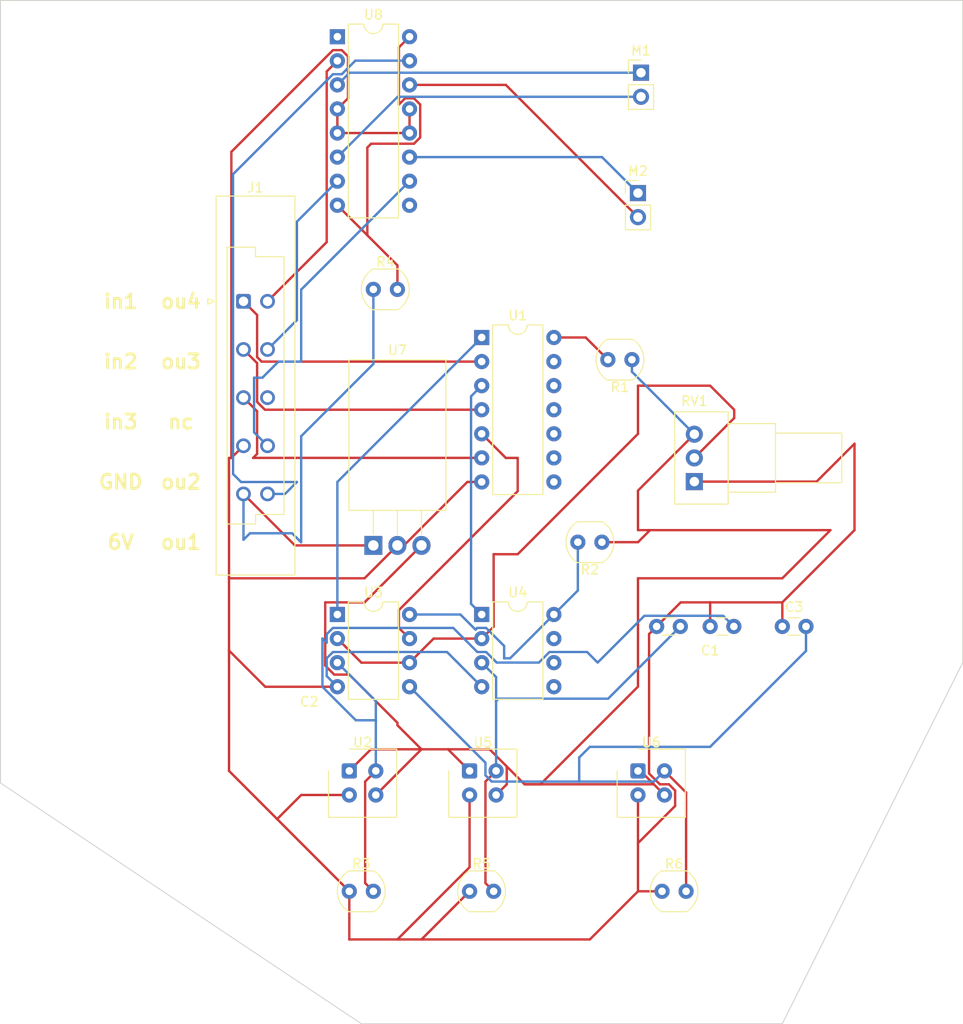
<source format=kicad_pcb>
(kicad_pcb (version 20211014) (generator pcbnew)
  (layers (0 "F.Cu" signal) (31 "B.Cu" signal) (37 "F.SilkS" user "F.Silkscreen") (38 "B.Mask" user) (39 "F.Mask" user) (44 "Edge.Cuts" user))
  (net 0 "")
  (net 1 "s1")
  (net 2 "in1")
  (net 3 "in2")
  (net 4 "in3")
  (net 5 "Net-(J1-Padb2)")
  (net 6 "Net-(J1-Padb4)")
  (net 8 "Net-(J1-Padb8)")
  (net 9 "Net-(J1-Padb10)")
  (net 10 "Net-(M1-Pad1)")
  (net 11 "Net-(M2-Pad1)")
  (net 12 "+5V")
  (net 13 "Net-(R1-Pad2)")
  (net 14 "Net-(R2-Pad2)")
  (net 15 "+6V")
  (net 16 "Net-(R4-Pad2)")
  (net 17 "Net-(RV1-Pad2)")
  (net 18 "Net-(U1-Pad1)")
  (net 19 "Net-(U1-Pad3)")
  (net 20 "Net-(U1-Pad5)")
  (net 22 "Net-(M1-Pad2)")
  (net 24 "Net-(M2-Pad2)")
  (net 25 "GND")
  (net 26 "s2")
  (net 27 "s3")
  (footprint "OptoDevice:Vishay_CNY70" (layer "F.Cu") (at 99.06 106.68)
    (fp_text reference "U6" (at 1.4 -3) (layer "F.SilkS"))
    (fp_text value "CNY70")
    (fp_line (start 5 -2.3) (end 0 -2.3) (layer "F.SilkS") (width 0.12))
    (fp_line (start -2.2 0) (end -2.2 4.9) (layer "F.SilkS") (width 0.12))
    (fp_line (start -2.2 4.9) (end 5 4.9) (layer "F.SilkS") (width 0.12))
    (fp_line (start 5 4.9) (end 5 -2.3) (layer "F.SilkS") (width 0.12))
    (pad "1" thru_hole roundrect (at 0 0) (size 1.6 1.6) (drill 0.8) (layers *.Cu *.Mask) (roundrect_rratio 0.156) (net 12 "+5V"))
    (pad "2" thru_hole circle (at 0 2.54) (size 1.6 1.6) (drill 0.8) (layers *.Cu *.Mask) (net 25 "GND"))
    (pad "3" thru_hole circle (at 2.8 2.54) (size 1.6 1.6) (drill 0.8) (layers *.Cu *.Mask) (net 12 "+5V"))
    (pad "4" thru_hole circle (at 2.8 0) (size 1.6 1.6) (drill 0.8) (layers *.Cu *.Mask) (net 27 "s3"))
  )
  (footprint "Package_DIP:DIP-14_W7.62mm" (layer "F.Cu") (at 82.56 60.955)
    (fp_text reference "U1" (at 3.81 -2.33) (layer "F.SilkS"))
    (fp_text value "74HC14")
    (fp_line (start 1.16 -1.33) (end 1.16 16.57) (layer "F.SilkS") (width 0.12))
    (fp_line (start 2.81 -1.33) (end 1.16 -1.33) (layer "F.SilkS") (width 0.12))
    (fp_line (start 6.46 16.57) (end 6.46 -1.33) (layer "F.SilkS") (width 0.12))
    (fp_line (start 1.16 16.57) (end 6.46 16.57) (layer "F.SilkS") (width 0.12))
    (fp_line (start 6.46 -1.33) (end 4.81 -1.33) (layer "F.SilkS") (width 0.12))
    (fp_arc (start 4.81 -1.33) (mid 3.81 -0.33) (end 2.81 -1.33) (layer "F.SilkS") (width 0.12))
    (pad "1" thru_hole rect (at 0 0) (size 1.6 1.6) (drill 0.8) (layers *.Cu *.Mask) (net 18 "Net-(U1-Pad1)"))
    (pad "2" thru_hole oval (at 0 2.54) (size 1.6 1.6) (drill 0.8) (layers *.Cu *.Mask) (net 2 "in1"))
    (pad "3" thru_hole oval (at 0 5.08) (size 1.6 1.6) (drill 0.8) (layers *.Cu *.Mask) (net 19 "Net-(U1-Pad3)"))
    (pad "4" thru_hole oval (at 0 7.62) (size 1.6 1.6) (drill 0.8) (layers *.Cu *.Mask) (net 3 "in2"))
    (pad "5" thru_hole oval (at 0 10.16) (size 1.6 1.6) (drill 0.8) (layers *.Cu *.Mask) (net 20 "Net-(U1-Pad5)"))
    (pad "6" thru_hole oval (at 0 12.7) (size 1.6 1.6) (drill 0.8) (layers *.Cu *.Mask) (net 4 "in3"))
    (pad "7" thru_hole oval (at 0 15.24) (size 1.6 1.6) (drill 0.8) (layers *.Cu *.Mask) (net 25 "GND"))
    (pad "8" thru_hole oval (at 7.62 15.24) (size 1.6 1.6) (drill 0.8) (layers *.Cu *.Mask))
    (pad "9" thru_hole oval (at 7.62 12.7) (size 1.6 1.6) (drill 0.8) (layers *.Cu *.Mask))
    (pad "10" thru_hole oval (at 7.62 10.16) (size 1.6 1.6) (drill 0.8) (layers *.Cu *.Mask))
    (pad "11" thru_hole oval (at 7.62 7.62) (size 1.6 1.6) (drill 0.8) (layers *.Cu *.Mask))
    (pad "12" thru_hole oval (at 7.62 5.08) (size 1.6 1.6) (drill 0.8) (layers *.Cu *.Mask))
    (pad "13" thru_hole oval (at 7.62 2.54) (size 1.6 1.6) (drill 0.8) (layers *.Cu *.Mask))
    (pad "14" thru_hole oval (at 7.62 0) (size 1.6 1.6) (drill 0.8) (layers *.Cu *.Mask) (net 13 "Net-(R1-Pad2)"))
  )
  (footprint "Package_DIP:DIP-16_W7.62mm" (layer "F.Cu") (at 67.32 29.225)
    (fp_text reference "U8" (at 3.81 -2.33) (layer "F.SilkS"))
    (fp_text value "L293D")
    (fp_line (start 6.46 19.11) (end 6.46 -1.33) (layer "F.SilkS") (width 0.12))
    (fp_line (start 2.81 -1.33) (end 1.16 -1.33) (layer "F.SilkS") (width 0.12))
    (fp_line (start 1.16 19.11) (end 6.46 19.11) (layer "F.SilkS") (width 0.12))
    (fp_line (start 6.46 -1.33) (end 4.81 -1.33) (layer "F.SilkS") (width 0.12))
    (fp_line (start 1.16 -1.33) (end 1.16 19.11) (layer "F.SilkS") (width 0.12))
    (fp_arc (start 4.81 -1.33) (mid 3.81 -0.33) (end 2.81 -1.33) (layer "F.SilkS") (width 0.12))
    (pad "1" thru_hole rect (at 0 0) (size 1.6 1.6) (drill 0.8) (layers *.Cu *.Mask))
    (pad "2" thru_hole oval (at 0 2.54) (size 1.6 1.6) (drill 0.8) (layers *.Cu *.Mask) (net 5 "Net-(J1-Padb2)"))
    (pad "3" thru_hole oval (at 0 5.08) (size 1.6 1.6) (drill 0.8) (layers *.Cu *.Mask) (net 10 "Net-(M1-Pad1)"))
    (pad "4" thru_hole oval (at 0 7.62) (size 1.6 1.6) (drill 0.8) (layers *.Cu *.Mask) (net 25 "GND"))
    (pad "5" thru_hole oval (at 0 10.16) (size 1.6 1.6) (drill 0.8) (layers *.Cu *.Mask) (net 25 "GND"))
    (pad "6" thru_hole oval (at 0 12.7) (size 1.6 1.6) (drill 0.8) (layers *.Cu *.Mask) (net 22 "Net-(M1-Pad2)"))
    (pad "7" thru_hole oval (at 0 15.24) (size 1.6 1.6) (drill 0.8) (layers *.Cu *.Mask) (net 6 "Net-(J1-Padb4)"))
    (pad "8" thru_hole oval (at 0 17.78) (size 1.6 1.6) (drill 0.8) (layers *.Cu *.Mask) (net 16 "Net-(R4-Pad2)"))
    (pad "9" thru_hole oval (at 7.62 17.78) (size 1.6 1.6) (drill 0.8) (layers *.Cu *.Mask))
    (pad "10" thru_hole oval (at 7.62 15.24) (size 1.6 1.6) (drill 0.8) (layers *.Cu *.Mask) (net 8 "Net-(J1-Padb8)"))
    (pad "11" thru_hole oval (at 7.62 12.7) (size 1.6 1.6) (drill 0.8) (layers *.Cu *.Mask) (net 11 "Net-(M2-Pad1)"))
    (pad "12" thru_hole oval (at 7.62 10.16) (size 1.6 1.6) (drill 0.8) (layers *.Cu *.Mask) (net 25 "GND"))
    (pad "13" thru_hole oval (at 7.62 7.62) (size 1.6 1.6) (drill 0.8) (layers *.Cu *.Mask) (net 25 "GND"))
    (pad "14" thru_hole oval (at 7.62 5.08) (size 1.6 1.6) (drill 0.8) (layers *.Cu *.Mask) (net 24 "Net-(M2-Pad2)"))
    (pad "15" thru_hole oval (at 7.62 2.54) (size 1.6 1.6) (drill 0.8) (layers *.Cu *.Mask) (net 9 "Net-(J1-Padb10)"))
    (pad "16" thru_hole oval (at 7.62 0) (size 1.6 1.6) (drill 0.8) (layers *.Cu *.Mask) (net 16 "Net-(R4-Pad2)"))
  )
  (footprint "OptoDevice:R_LDR_4.9x4.2mm_P2.54mm_Vertical" (layer "F.Cu") (at 98.420096 63.293534 180)
    (fp_text reference "R1" (at 1.27 -2.9) (layer "F.SilkS"))
    (fp_text value "150")
    (fp_line (start -0.05 -2.15) (end 2.6 -2.15) (layer "F.SilkS") (width 0.12))
    (fp_line (start -0.05 2.15) (end 2.6 2.15) (layer "F.SilkS") (width 0.12))
    (fp_arc (start 2.6 -2.15) (mid 3.788646 -0.016616) (end 2.628027 2.132145) (layer "F.SilkS") (width 0.12))
    (fp_arc (start -0.05 2.15) (mid -1.262424 0.01494) (end -0.075476 -2.134388) (layer "F.SilkS") (width 0.12))
    (pad "1" thru_hole circle (at 0 0 180) (size 1.6 1.6) (drill 0.8) (layers *.Cu *.Mask) (net 12 "+5V"))
    (pad "2" thru_hole circle (at 2.54 0 180) (size 1.6 1.6) (drill 0.8) (layers *.Cu *.Mask) (net 13 "Net-(R1-Pad2)"))
  )
  (footprint "Capacitor_THT:C_Disc_D3.0mm_W1.6mm_P2.50mm" (layer "F.Cu") (at 106.68 91.44)
    (fp_text reference "C1" (at 0 2.54) (layer "F.SilkS"))
    (fp_text value "C")
    (fp_line (start 0.621 0.92) (end 1.879 0.92) (layer "F.SilkS") (width 0.12))
    (fp_line (start 0.621 -0.92) (end 1.879 -0.92) (layer "F.SilkS") (width 0.12))
    (pad "1" thru_hole circle (at 0 0) (size 1.6 1.6) (drill 0.8) (layers *.Cu *.Mask) (net 25 "GND"))
    (pad "2" thru_hole circle (at 2.5 0) (size 1.6 1.6) (drill 0.8) (layers *.Cu *.Mask) (net 1 "s1"))
  )
  (footprint "Capacitor_THT:C_Disc_D3.0mm_W1.6mm_P2.50mm" (layer "F.Cu") (at 114.3 91.44)
    (fp_text reference "C3" (at 1.25 -2.05) (layer "F.SilkS"))
    (fp_text value "C")
    (fp_line (start 0.621 -0.92) (end 1.879 -0.92) (layer "F.SilkS") (width 0.12))
    (fp_line (start 0.621 0.92) (end 1.879 0.92) (layer "F.SilkS") (width 0.12))
    (pad "1" thru_hole circle (at 0 0) (size 1.6 1.6) (drill 0.8) (layers *.Cu *.Mask) (net 25 "GND"))
    (pad "2" thru_hole circle (at 2.5 0) (size 1.6 1.6) (drill 0.8) (layers *.Cu *.Mask) (net 27 "s3"))
  )
  (footprint "OptoDevice:Vishay_CNY70" (layer "F.Cu") (at 81.28 106.68)
    (fp_text reference "U5" (at 1.4 -3) (layer "F.SilkS"))
    (fp_text value "CNY70")
    (fp_line (start 5 -2.3) (end 0 -2.3) (layer "F.SilkS") (width 0.12))
    (fp_line (start 5 4.9) (end 5 -2.3) (layer "F.SilkS") (width 0.12))
    (fp_line (start -2.2 0) (end -2.2 4.9) (layer "F.SilkS") (width 0.12))
    (fp_line (start -2.2 4.9) (end 5 4.9) (layer "F.SilkS") (width 0.12))
    (pad "1" thru_hole roundrect (at 0 0) (size 1.6 1.6) (drill 0.8) (layers *.Cu *.Mask) (roundrect_rratio 0.156) (net 12 "+5V"))
    (pad "2" thru_hole circle (at 0 2.54) (size 1.6 1.6) (drill 0.8) (layers *.Cu *.Mask) (net 25 "GND"))
    (pad "3" thru_hole circle (at 2.8 2.54) (size 1.6 1.6) (drill 0.8) (layers *.Cu *.Mask) (net 12 "+5V"))
    (pad "4" thru_hole circle (at 2.8 0) (size 1.6 1.6) (drill 0.8) (layers *.Cu *.Mask) (net 26 "s2"))
  )
  (footprint "OptoDevice:R_LDR_4.9x4.2mm_P2.54mm_Vertical" (layer "F.Cu") (at 95.25 82.55 180)
    (fp_text reference "R2" (at 1.27 -2.9) (layer "F.SilkS"))
    (fp_text value "150")
    (fp_line (start -0.05 -2.15) (end 2.6 -2.15) (layer "F.SilkS") (width 0.12))
    (fp_line (start -0.05 2.15) (end 2.6 2.15) (layer "F.SilkS") (width 0.12))
    (fp_arc (start 2.6 -2.15) (mid 3.788646 -0.016616) (end 2.628027 2.132145) (layer "F.SilkS") (width 0.12))
    (fp_arc (start -0.05 2.15) (mid -1.262424 0.01494) (end -0.075476 -2.134388) (layer "F.SilkS") (width 0.12))
    (pad "1" thru_hole circle (at 0 0 180) (size 1.6 1.6) (drill 0.8) (layers *.Cu *.Mask) (net 12 "+5V"))
    (pad "2" thru_hole circle (at 2.54 0 180) (size 1.6 1.6) (drill 0.8) (layers *.Cu *.Mask) (net 14 "Net-(R2-Pad2)"))
  )
  (footprint "Connector_PinHeader_2.54mm:PinHeader_1x02_P2.54mm_Vertical" (layer "F.Cu") (at 99.06 45.72)
    (fp_text reference "M2" (at 0 -2.33) (layer "F.SilkS"))
    (fp_text value "Motor_DC")
    (fp_line (start -1.33 0) (end -1.33 -1.33) (layer "F.SilkS") (width 0.12))
    (fp_line (start -1.33 -1.33) (end 0 -1.33) (layer "F.SilkS") (width 0.12))
    (fp_line (start -1.33 3.87) (end 1.33 3.87) (layer "F.SilkS") (width 0.12))
    (fp_line (start 1.33 1.27) (end 1.33 3.87) (layer "F.SilkS") (width 0.12))
    (fp_line (start -1.33 1.27) (end -1.33 3.87) (layer "F.SilkS") (width 0.12))
    (fp_line (start -1.33 1.27) (end 1.33 1.27) (layer "F.SilkS") (width 0.12))
    (pad "1" thru_hole rect (at 0 0) (size 1.7 1.7) (drill 1) (layers *.Cu *.Mask) (net 11 "Net-(M2-Pad1)"))
    (pad "2" thru_hole oval (at 0 2.54) (size 1.7 1.7) (drill 1) (layers *.Cu *.Mask) (net 24 "Net-(M2-Pad2)"))
  )
  (footprint "Capacitor_THT:C_Disc_D3.0mm_W1.6mm_P2.50mm" (layer "F.Cu") (at 101.03 91.44)
    (fp_text reference "C2" (at -36.68 7.94) (layer "F.SilkS"))
    (fp_text value "C")
    (fp_line (start 0.621 -0.92) (end 1.879 -0.92) (layer "F.SilkS") (width 0.12))
    (fp_line (start 0.621 0.92) (end 1.879 0.92) (layer "F.SilkS") (width 0.12))
    (pad "1" thru_hole circle (at 0 0) (size 1.6 1.6) (drill 0.8) (layers *.Cu *.Mask) (net 25 "GND"))
    (pad "2" thru_hole circle (at 2.5 0) (size 1.6 1.6) (drill 0.8) (layers *.Cu *.Mask) (net 26 "s2"))
  )
  (footprint "OptoDevice:R_LDR_4.9x4.2mm_P2.54mm_Vertical" (layer "F.Cu") (at 71.12 55.88)
    (fp_text reference "R4" (at 1.27 -2.9) (layer "F.SilkS"))
    (fp_text value "300")
    (fp_line (start -0.05 -2.15) (end 2.6 -2.15) (layer "F.SilkS") (width 0.12))
    (fp_line (start -0.05 2.15) (end 2.6 2.15) (layer "F.SilkS") (width 0.12))
    (fp_arc (start -0.05 2.15) (mid -1.262424 0.01494) (end -0.075476 -2.134388) (layer "F.SilkS") (width 0.12))
    (fp_arc (start 2.6 -2.15) (mid 3.788646 -0.016616) (end 2.628027 2.132145) (layer "F.SilkS") (width 0.12))
    (pad "1" thru_hole circle (at 0 0) (size 1.6 1.6) (drill 0.8) (layers *.Cu *.Mask) (net 15 "+6V"))
    (pad "2" thru_hole circle (at 2.54 0) (size 1.6 1.6) (drill 0.8) (layers *.Cu *.Mask) (net 16 "Net-(R4-Pad2)"))
  )
  (footprint "Potentiometer_THT:Potentiometer_Alps_RK09Y11_Single_Horizontal" (layer "F.Cu") (at 105.01 76.16 180)
    (fp_text reference "RV1" (at 0 8.5) (layer "F.SilkS"))
    (fp_text value "500k")
    (fp_line (start -8.57 6.12) (end -8.57 -1.12) (layer "F.SilkS") (width 0.12))
    (fp_line (start -15.57 5.12) (end -15.57 -0.12) (layer "F.SilkS") (width 0.12))
    (fp_line (start -3.57 7.37) (end -3.57 -2.37) (layer "F.SilkS") (width 0.12))
    (fp_line (start -8.57 5.12) (end -15.57 5.12) (layer "F.SilkS") (width 0.12))
    (fp_line (start 2.071 7.37) (end -3.57 7.37) (layer "F.SilkS") (width 0.12))
    (fp_line (start -3.57 -1.12) (end -8.57 -1.12) (layer "F.SilkS") (width 0.12))
    (fp_line (start 2.071 -2.37) (end -3.57 -2.37) (layer "F.SilkS") (width 0.12))
    (fp_line (start 2.071 7.37) (end 2.071 -2.37) (layer "F.SilkS") (width 0.12))
    (fp_line (start -8.57 -0.12) (end -15.57 -0.12) (layer "F.SilkS") (width 0.12))
    (fp_line (start -3.57 6.12) (end -8.57 6.12) (layer "F.SilkS") (width 0.12))
    (pad "1" thru_hole rect (at 0 0) (size 1.8 1.8) (drill 1) (layers *.Cu *.Mask) (net 25 "GND"))
    (pad "2" thru_hole circle (at 0 2.5) (size 1.8 1.8) (drill 1) (layers *.Cu *.Mask) (net 17 "Net-(RV1-Pad2)"))
    (pad "3" thru_hole circle (at 0 5) (size 1.8 1.8) (drill 1) (layers *.Cu *.Mask) (net 12 "+5V"))
  )
  (footprint "Connector_DIN:DIN41612_B3_2x5_Female_Vertical_THT" (layer "F.Cu") (at 57.4075 54.6)
    (fp_text reference "J1" (at 1.27 -9.45) (layer "F.SilkS"))
    (fp_text value "DIN41612_02x05_AB_EvenPins")
    (fp_line (start 1.27 -3.17) (end 1.27 -2.17) (layer "F.SilkS") (width 0.12))
    (fp_line (start 1.27 25.03) (end 1.27 26.03) (layer "F.SilkS") (width 0.12))
    (fp_line (start 5.43 31.42) (end -2.89 31.42) (layer "F.SilkS") (width 0.12))
    (fp_line (start -1.73 -3.17) (end 1.27 -3.17) (layer "F.SilkS") (width 0.12))
    (fp_line (start -1.73 26.03) (end -1.73 -3.17) (layer "F.SilkS") (width 0.12))
    (fp_line (start -2.89 31.42) (end -2.89 -8.56) (layer "F.SilkS") (width 0.12))
    (fp_line (start -3.76 2.84) (end -3.08 2.54) (layer "F.SilkS") (width 0.12))
    (fp_line (start -3.76 2.24) (end -3.76 2.84) (layer "F.SilkS") (width 0.12))
    (fp_line (start 4.27 -2.17) (end 4.27 25.03) (layer "F.SilkS") (width 0.12))
    (fp_line (start 1.27 26.03) (end -1.73 26.03) (layer "F.SilkS") (width 0.12))
    (fp_line (start 5.43 -8.56) (end 5.43 31.42) (layer "F.SilkS") (width 0.12))
    (fp_line (start -2.89 -8.56) (end 5.43 -8.56) (layer "F.SilkS") (width 0.12))
    (fp_line (start -3.08 2.54) (end -3.76 2.24) (layer "F.SilkS") (width 0.12))
    (fp_line (start 1.27 -2.17) (end 4.27 -2.17) (layer "F.SilkS") (width 0.12))
    (fp_line (start 4.27 25.03) (end 1.27 25.03) (layer "F.SilkS") (width 0.12))
    (pad "" np_thru_hole circle (at 2.24 -5.95) (size 2.85 2.85) (drill 2.85) (layers *.Cu *.Mask))
    (pad "" np_thru_hole circle (at 2.24 28.81) (size 2.85 2.85) (drill 2.85) (layers *.Cu *.Mask))
    (pad "a2" thru_hole roundrect (at 0 2.54) (size 1.55 1.55) (drill 1) (layers *.Cu *.Mask) (roundrect_rratio 0.1612896774) (net 2 "in1"))
    (pad "a4" thru_hole circle (at 0 7.62) (size 1.55 1.55) (drill 1) (layers *.Cu *.Mask) (net 3 "in2"))
    (pad "a6" thru_hole circle (at 0 12.7) (size 1.55 1.55) (drill 1) (layers *.Cu *.Mask) (net 4 "in3"))
    (pad "a8" thru_hole circle (at 0 17.78) (size 1.55 1.55) (drill 1) (layers *.Cu *.Mask) (net 25 "GND"))
    (pad "a10" thru_hole circle (at 0 22.86) (size 1.55 1.55) (drill 1) (layers *.Cu *.Mask) (net 15 "+6V"))
    (pad "b2" thru_hole circle (at 2.54 2.54) (size 1.55 1.55) (drill 1) (layers *.Cu *.Mask) (net 5 "Net-(J1-Padb2)"))
    (pad "b4" thru_hole circle (at 2.54 7.62) (size 1.55 1.55) (drill 1) (layers *.Cu *.Mask) (net 6 "Net-(J1-Padb4)"))
    (pad "b6" thru_hole circle (at 2.54 12.7) (size 1.55 1.55) (drill 1) (layers *.Cu *.Mask))
    (pad "b8" thru_hole circle (at 2.54 17.78) (size 1.55 1.55) (drill 1) (layers *.Cu *.Mask) (net 8 "Net-(J1-Padb8)"))
    (pad "b10" thru_hole circle (at 2.54 22.86) (size 1.55 1.55) (drill 1) (layers *.Cu *.Mask) (net 9 "Net-(J1-Padb10)"))
  )
  (footprint "OptoDevice:Vishay_CNY70" (layer "F.Cu") (at 68.58 106.68)
    (fp_text reference "U2" (at 1.4 -3) (layer "F.SilkS"))
    (fp_text value "CNY70")
    (fp_line (start -2.2 0) (end -2.2 4.9) (layer "F.SilkS") (width 0.12))
    (fp_line (start 5 -2.3) (end 0 -2.3) (layer "F.SilkS") (width 0.12))
    (fp_line (start 5 4.9) (end 5 -2.3) (layer "F.SilkS") (width 0.12))
    (fp_line (start -2.2 4.9) (end 5 4.9) (layer "F.SilkS") (width 0.12))
    (pad "1" thru_hole roundrect (at 0 0) (size 1.6 1.6) (drill 0.8) (layers *.Cu *.Mask) (roundrect_rratio 0.156) (net 12 "+5V"))
    (pad "2" thru_hole circle (at 0 2.54) (size 1.6 1.6) (drill 0.8) (layers *.Cu *.Mask) (net 25 "GND"))
    (pad "3" thru_hole circle (at 2.8 2.54) (size 1.6 1.6) (drill 0.8) (layers *.Cu *.Mask) (net 12 "+5V"))
    (pad "4" thru_hole circle (at 2.8 0) (size 1.6 1.6) (drill 0.8) (layers *.Cu *.Mask) (net 1 "s1"))
  )
  (footprint "Package_DIP:DIP-8_W7.62mm" (layer "F.Cu") (at 82.56 90.18)
    (fp_text reference "U4" (at 3.81 -2.33) (layer "F.SilkS"))
    (fp_text value "LM358")
    (fp_line (start 6.46 -1.33) (end 4.81 -1.33) (layer "F.SilkS") (width 0.12))
    (fp_line (start 1.16 -1.33) (end 1.16 8.95) (layer "F.SilkS") (width 0.12))
    (fp_line (start 1.16 8.95) (end 6.46 8.95) (layer "F.SilkS") (width 0.12))
    (fp_line (start 6.46 8.95) (end 6.46 -1.33) (layer "F.SilkS") (width 0.12))
    (fp_line (start 2.81 -1.33) (end 1.16 -1.33) (layer "F.SilkS") (width 0.12))
    (fp_arc (start 4.81 -1.33) (mid 3.81 -0.33) (end 2.81 -1.33) (layer "F.SilkS") (width 0.12))
    (pad "1" thru_hole rect (at 0 0) (size 1.6 1.6) (drill 0.8) (layers *.Cu *.Mask) (net 19 "Net-(U1-Pad3)"))
    (pad "2" thru_hole oval (at 0 2.54) (size 1.6 1.6) (drill 0.8) (layers *.Cu *.Mask) (net 17 "Net-(RV1-Pad2)"))
    (pad "3" thru_hole oval (at 0 5.08) (size 1.6 1.6) (drill 0.8) (layers *.Cu *.Mask) (net 26 "s2"))
    (pad "4" thru_hole oval (at 0 7.62) (size 1.6 1.6) (drill 0.8) (layers *.Cu *.Mask) (net 25 "GND"))
    (pad "5" thru_hole oval (at 7.62 7.62) (size 1.6 1.6) (drill 0.8) (layers *.Cu *.Mask))
    (pad "6" thru_hole oval (at 7.62 5.08) (size 1.6 1.6) (drill 0.8) (layers *.Cu *.Mask))
    (pad "7" thru_hole oval (at 7.62 2.54) (size 1.6 1.6) (drill 0.8) (layers *.Cu *.Mask))
    (pad "8" thru_hole oval (at 7.62 0) (size 1.6 1.6) (drill 0.8) (layers *.Cu *.Mask) (net 14 "Net-(R2-Pad2)"))
  )
  (footprint "OptoDevice:R_LDR_4.9x4.2mm_P2.54mm_Vertical" (layer "F.Cu") (at 81.28 119.38)
    (fp_text reference "R5" (at 1.27 -2.9) (layer "F.SilkS"))
    (fp_text value "300")
    (fp_line (start -0.05 2.15) (end 2.6 2.15) (layer "F.SilkS") (width 0.12))
    (fp_line (start -0.05 -2.15) (end 2.6 -2.15) (layer "F.SilkS") (width 0.12))
    (fp_arc (start 2.6 -2.15) (mid 3.788646 -0.016616) (end 2.628027 2.132145) (layer "F.SilkS") (width 0.12))
    (fp_arc (start -0.05 2.15) (mid -1.262424 0.01494) (end -0.075476 -2.134388) (layer "F.SilkS") (width 0.12))
    (pad "1" thru_hole circle (at 0 0) (size 1.6 1.6) (drill 0.8) (layers *.Cu *.Mask) (net 25 "GND"))
    (pad "2" thru_hole circle (at 2.54 0) (size 1.6 1.6) (drill 0.8) (layers *.Cu *.Mask) (net 26 "s2"))
  )
  (footprint "OptoDevice:R_LDR_4.9x4.2mm_P2.54mm_Vertical" (layer "F.Cu") (at 68.58 119.38)
    (fp_text reference "R3" (at 1.27 -2.9) (layer "F.SilkS"))
    (fp_text value "300")
    (fp_line (start -0.05 -2.15) (end 2.6 -2.15) (layer "F.SilkS") (width 0.12))
    (fp_line (start -0.05 2.15) (end 2.6 2.15) (layer "F.SilkS") (width 0.12))
    (fp_arc (start 2.6 -2.15) (mid 3.788646 -0.016616) (end 2.628027 2.132145) (layer "F.SilkS") (width 0.12))
    (fp_arc (start -0.05 2.15) (mid -1.262424 0.01494) (end -0.075476 -2.134388) (layer "F.SilkS") (width 0.12))
    (pad "1" thru_hole circle (at 0 0) (size 1.6 1.6) (drill 0.8) (layers *.Cu *.Mask) (net 25 "GND"))
    (pad "2" thru_hole circle (at 2.54 0) (size 1.6 1.6) (drill 0.8) (layers *.Cu *.Mask) (net 1 "s1"))
  )
  (footprint "Package_TO_SOT_THT:TO-220-3_Horizontal_TabDown" (layer "F.Cu") (at 71.12 82.89)
    (fp_text reference "U7" (at 2.54 -20.58) (layer "F.SilkS"))
    (fp_text value "L7805")
    (fp_line (start 7.66 -19.58) (end 7.66 -3.69) (layer "F.SilkS") (width 0.12))
    (fp_line (start 5.08 -3.69) (end 5.08 -1.15) (layer "F.SilkS") (width 0.12))
    (fp_line (start -2.58 -3.69) (end 7.66 -3.69) (layer "F.SilkS") (width 0.12))
    (fp_line (start -2.58 -19.58) (end 7.66 -19.58) (layer "F.SilkS") (width 0.12))
    (fp_line (start -2.58 -19.58) (end -2.58 -3.69) (layer "F.SilkS") (width 0.12))
    (fp_line (start 2.54 -3.69) (end 2.54 -1.15) (layer "F.SilkS") (width 0.12))
    (fp_line (start 0 -3.69) (end 0 -1.15) (layer "F.SilkS") (width 0.12))
    (pad "" np_thru_hole oval (at 2.54 -16.66) (size 3.5 3.5) (drill 3.5) (layers *.Cu *.Mask))
    (pad "1" thru_hole rect (at 0 0) (size 1.905 2) (drill 1.1) (layers *.Cu *.Mask) (net 15 "+6V"))
    (pad "2" thru_hole oval (at 2.54 0) (size 1.905 2) (drill 1.1) (layers *.Cu *.Mask) (net 25 "GND"))
    (pad "3" thru_hole oval (at 5.08 0) (size 1.905 2) (drill 1.1) (layers *.Cu *.Mask) (net 12 "+5V"))
  )
  (footprint "Package_DIP:DIP-8_W7.62mm" (layer "F.Cu") (at 67.32 90.18)
    (fp_text reference "U3" (at 3.81 -2.33) (layer "F.SilkS"))
    (fp_text value "LM358")
    (fp_line (start 6.46 8.95) (end 6.46 -1.33) (layer "F.SilkS") (width 0.12))
    (fp_line (start 6.46 -1.33) (end 4.81 -1.33) (layer "F.SilkS") (width 0.12))
    (fp_line (start 2.81 -1.33) (end 1.16 -1.33) (layer "F.SilkS") (width 0.12))
    (fp_line (start 1.16 8.95) (end 6.46 8.95) (layer "F.SilkS") (width 0.12))
    (fp_line (start 1.16 -1.33) (end 1.16 8.95) (layer "F.SilkS") (width 0.12))
    (fp_arc (start 4.81 -1.33) (mid 3.81 -0.33) (end 2.81 -1.33) (layer "F.SilkS") (width 0.12))
    (pad "1" thru_hole rect (at 0 0) (size 1.6 1.6) (drill 0.8) (layers *.Cu *.Mask) (net 18 "Net-(U1-Pad1)"))
    (pad "2" thru_hole oval (at 0 2.54) (size 1.6 1.6) (drill 0.8) (layers *.Cu *.Mask) (net 17 "Net-(RV1-Pad2)"))
    (pad "3" thru_hole oval (at 0 5.08) (size 1.6 1.6) (drill 0.8) (layers *.Cu *.Mask) (net 1 "s1"))
    (pad "4" thru_hole oval (at 0 7.62) (size 1.6 1.6) (drill 0.8) (layers *.Cu *.Mask) (net 25 "GND"))
    (pad "5" thru_hole oval (at 7.62 7.62) (size 1.6 1.6) (drill 0.8) (layers *.Cu *.Mask) (net 27 "s3"))
    (pad "6" thru_hole oval (at 7.62 5.08) (size 1.6 1.6) (drill 0.8) (layers *.Cu *.Mask) (net 17 "Net-(RV1-Pad2)"))
    (pad "7" thru_hole oval (at 7.62 2.54) (size 1.6 1.6) (drill 0.8) (layers *.Cu *.Mask) (net 20 "Net-(U1-Pad5)"))
    (pad "8" thru_hole oval (at 7.62 0) (size 1.6 1.6) (drill 0.8) (layers *.Cu *.Mask) (net 14 "Net-(R2-Pad2)"))
  )
  (footprint "Connector_PinHeader_2.54mm:PinHeader_1x02_P2.54mm_Vertical" (layer "F.Cu") (at 99.3775 33.02)
    (fp_text reference "M1" (at 0 -2.33) (layer "F.SilkS"))
    (fp_text value "Motor_DC")
    (fp_line (start -1.33 0) (end -1.33 -1.33) (layer "F.SilkS") (width 0.12))
    (fp_line (start -1.33 1.27) (end 1.33 1.27) (layer "F.SilkS") (width 0.12))
    (fp_line (start -1.33 3.87) (end 1.33 3.87) (layer "F.SilkS") (width 0.12))
    (fp_line (start -1.33 -1.33) (end 0 -1.33) (layer "F.SilkS") (width 0.12))
    (fp_line (start -1.33 1.27) (end -1.33 3.87) (layer "F.SilkS") (width 0.12))
    (fp_line (start 1.33 1.27) (end 1.33 3.87) (layer "F.SilkS") (width 0.12))
    (pad "1" thru_hole rect (at 0 0) (size 1.7 1.7) (drill 1) (layers *.Cu *.Mask) (net 10 "Net-(M1-Pad1)"))
    (pad "2" thru_hole oval (at 0 2.54) (size 1.7 1.7) (drill 1) (layers *.Cu *.Mask) (net 22 "Net-(M1-Pad2)"))
  )
  (footprint "OptoDevice:R_LDR_4.9x4.2mm_P2.54mm_Vertical" (layer "F.Cu") (at 101.6 119.38)
    (fp_text reference "R6" (at 1.27 -2.9) (layer "F.SilkS"))
    (fp_text value "300")
    (fp_line (start -0.05 -2.15) (end 2.6 -2.15) (layer "F.SilkS") (width 0.12))
    (fp_line (start -0.05 2.15) (end 2.6 2.15) (layer "F.SilkS") (width 0.12))
    (fp_arc (start 2.6 -2.15) (mid 3.788646 -0.016616) (end 2.628027 2.132145) (layer "F.SilkS") (width 0.12))
    (fp_arc (start -0.05 2.15) (mid -1.262424 0.01494) (end -0.075476 -2.134388) (layer "F.SilkS") (width 0.12))
    (pad "1" thru_hole circle (at 0 0) (size 1.6 1.6) (drill 0.8) (layers *.Cu *.Mask) (net 25 "GND"))
    (pad "2" thru_hole circle (at 2.54 0) (size 1.6 1.6) (drill 0.8) (layers *.Cu *.Mask) (net 27 "s3"))
  )
  (gr_poly (pts (xy 133.35 95.25) (xy 114.3 133.35) (xy 69.85 133.35) (xy 31.75 107.95) (xy 31.75 25.4) (xy 133.35 25.4)) (layer "Edge.Cuts") (width 0.1) (fill none))
  (gr_text "6V" (at 44.45 82.55) (layer "F.SilkS") (effects (font (size 1.5 1.5) (thickness 0.3))))
  (gr_text "ou2" (at 50.8 76.2) (layer "F.SilkS") (effects (font (size 1.5 1.5) (thickness 0.3))))
  (gr_text "ou3\n" (at 50.8 63.5) (layer "F.SilkS") (effects (font (size 1.5 1.5) (thickness 0.3))))
  (gr_text "in3" (at 44.45 69.85) (layer "F.SilkS") (effects (font (size 1.5 1.5) (thickness 0.3))))
  (gr_text "GND" (at 44.45 76.2) (layer "F.SilkS") (effects (font (size 1.5 1.5) (thickness 0.3))))
  (gr_text "ou1" (at 50.8 82.55) (layer "F.SilkS") (effects (font (size 1.5 1.5) (thickness 0.3))))
  (gr_text "nc" (at 50.8 69.85) (layer "F.SilkS") (effects (font (size 1.5 1.5) (thickness 0.3))))
  (gr_text "in2" (at 44.45 63.5) (layer "F.SilkS") (effects (font (size 1.5 1.5) (thickness 0.3))))
  (gr_text "ou4" (at 50.8 57.15) (layer "F.SilkS") (effects (font (size 1.5 1.5) (thickness 0.3))))
  (gr_text "in1" (at 44.45 57.15) (layer "F.SilkS") (effects (font (size 1.5 1.5) (thickness 0.3))))
  (segment (start 71.12 119.38) (end 70.255 118.515) (width 0.25) (layer "F.Cu") (net 1))
  (segment (start 70.255 107.805) (end 71.38 106.68) (width 0.25) (layer "F.Cu") (net 1))
  (segment (start 70.255 118.515) (end 70.255 107.805) (width 0.25) (layer "F.Cu") (net 1))
  (segment (start 69.269009 101.34) (end 71.38 101.34) (width 0.25) (layer "B.Cu") (net 1))
  (segment (start 88.599009 95.25) (end 84.140991 95.25) (width 0.25) (layer "B.Cu") (net 1))
  (segment (start 71.38 101.34) (end 71.38 99.32) (width 0.25) (layer "B.Cu") (net 1))
  (segment (start 79.554009 91.595) (end 66.854009 91.595) (width 0.25) (layer "B.Cu") (net 1))
  (segment (start 84.140991 95.25) (end 83.025991 94.135) (width 0.25) (layer "B.Cu") (net 1))
  (segment (start 108.055 90.315) (end 99.735 90.315) (width 0.25) (layer "B.Cu") (net 1))
  (segment (start 109.18 91.44) (end 108.055 90.315) (width 0.25) (layer "B.Cu") (net 1))
  (segment (start 71.38 106.68) (end 71.38 101.34) (width 0.25) (layer "B.Cu") (net 1))
  (segment (start 66.854009 91.595) (end 66.195 92.254009) (width 0.25) (layer "B.Cu") (net 1))
  (segment (start 83.025991 94.135) (end 82.094009 94.135) (width 0.25) (layer "B.Cu") (net 1))
  (segment (start 89.714009 94.135) (end 88.599009 95.25) (width 0.25) (layer "B.Cu") (net 1))
  (segment (start 65.745 92.704009) (end 65.745 97.815991) (width 0.25) (layer "B.Cu") (net 1))
  (segment (start 71.38 99.32) (end 67.32 95.26) (width 0.25) (layer "B.Cu") (net 1))
  (segment (start 82.094009 94.135) (end 79.554009 91.595) (width 0.25) (layer "B.Cu") (net 1))
  (segment (start 93.685 94.135) (end 89.714009 94.135) (width 0.25) (layer "B.Cu") (net 1))
  (segment (start 66.195 93.154009) (end 65.745 92.704009) (width 0.25) (layer "B.Cu") (net 1))
  (segment (start 66.195 92.254009) (end 66.195 93.154009) (width 0.25) (layer "B.Cu") (net 1))
  (segment (start 94.8 95.25) (end 93.685 94.135) (width 0.25) (layer "B.Cu") (net 1))
  (segment (start 65.745 97.815991) (end 69.269009 101.34) (width 0.25) (layer "B.Cu") (net 1))
  (segment (start 99.735 90.315) (end 94.8 95.25) (width 0.25) (layer "B.Cu") (net 1))
  (segment (start 82.56 63.495) (end 82.555 63.5) (width 0.25) (layer "F.Cu") (net 2))
  (segment (start 59.323896 63.5) (end 58.8475 63.023604) (width 0.25) (layer "F.Cu") (net 2))
  (segment (start 58.8475 58.58) (end 57.4075 57.14) (width 0.25) (layer "F.Cu") (net 2))
  (segment (start 82.555 63.5) (end 59.323896 63.5) (width 0.25) (layer "F.Cu") (net 2))
  (segment (start 58.8475 63.023604) (end 58.8475 58.58) (width 0.25) (layer "F.Cu") (net 2))
  (segment (start 59.666865 68.575) (end 58.8475 67.755635) (width 0.25) (layer "F.Cu") (net 3))
  (segment (start 82.56 68.575) (end 59.666865 68.575) (width 0.25) (layer "F.Cu") (net 3))
  (segment (start 58.8475 63.66) (end 57.4075 62.22) (width 0.25) (layer "F.Cu") (net 3))
  (segment (start 58.8475 67.755635) (end 58.8475 63.66) (width 0.25) (layer "F.Cu") (net 3))
  (segment (start 58.8475 73.2325) (end 58.8475 68.74) (width 0.25) (layer "F.Cu") (net 4))
  (segment (start 58.8475 68.74) (end 57.4075 67.3) (width 0.25) (layer "F.Cu") (net 4))
  (segment (start 58.425 73.655) (end 58.8475 73.2325) (width 0.25) (layer "F.Cu") (net 4))
  (segment (start 82.56 73.655) (end 58.425 73.655) (width 0.25) (layer "F.Cu") (net 4))
  (segment (start 66.195 32.89) (end 66.195 50.8925) (width 0.25) (layer "F.Cu") (net 5))
  (segment (start 66.195 50.8925) (end 59.9475 57.14) (width 0.25) (layer "F.Cu") (net 5))
  (segment (start 67.32 31.765) (end 66.195 32.89) (width 0.25) (layer "F.Cu") (net 5))
  (segment (start 63.05 48.735) (end 63.05 59.1175) (width 0.25) (layer "B.Cu") (net 6))
  (segment (start 67.32 44.465) (end 63.05 48.735) (width 0.25) (layer "B.Cu") (net 6))
  (segment (start 63.05 59.1175) (end 59.9475 62.22) (width 0.25) (layer "B.Cu") (net 6))
  (segment (start 58.525635 65.1975) (end 59.400635 65.1975) (width 0.25) (layer "B.Cu") (net 8))
  (segment (start 61.098135 63.5) (end 63.5 63.5) (width 0.25) (layer "B.Cu") (net 8))
  (segment (start 63.5 55.905) (end 74.94 44.465) (width 0.25) (layer "B.Cu") (net 8))
  (segment (start 58.525635 70.958135) (end 58.525635 65.1975) (width 0.25) (layer "B.Cu") (net 8))
  (segment (start 59.400635 65.1975) (end 61.098135 63.5) (width 0.25) (layer "B.Cu") (net 8))
  (segment (start 63.5 63.5) (end 63.5 55.905) (width 0.25) (layer "B.Cu") (net 8))
  (segment (start 59.9475 72.38) (end 58.525635 70.958135) (width 0.25) (layer "B.Cu") (net 8))
  (segment (start 61.79 77.46) (end 59.9475 77.46) (width 0.25) (layer "B.Cu") (net 9))
  (segment (start 56.3075 43.726509) (end 56.3075 57.15) (width 0.25) (layer "B.Cu") (net 9))
  (segment (start 74.94 31.765) (end 74.925 31.75) (width 0.25) (layer "B.Cu") (net 9))
  (segment (start 69.215991 31.75) (end 67.785991 33.18) (width 0.25) (layer "B.Cu") (net 9))
  (segment (start 67.785991 33.18) (end 66.854009 33.18) (width 0.25) (layer "B.Cu") (net 9))
  (segment (start 57.15 76.2) (end 63.05 76.2) (width 0.25) (layer "B.Cu") (net 9))
  (segment (start 56.3075 75.3575) (end 57.15 76.2) (width 0.25) (layer "B.Cu") (net 9))
  (segment (start 56.3075 56.376827) (end 56.3075 75.3575) (width 0.25) (layer "B.Cu") (net 9))
  (segment (start 74.925 31.75) (end 69.215991 31.75) (width 0.25) (layer "B.Cu") (net 9))
  (segment (start 63.05 76.2) (end 61.79 77.46) (width 0.25) (layer "B.Cu") (net 9))
  (segment (start 66.854009 33.18) (end 56.3075 43.726509) (width 0.25) (layer "B.Cu") (net 9))
  (segment (start 67.32 34.305) (end 68.605 33.02) (width 0.25) (layer "B.Cu") (net 10))
  (segment (start 68.605 33.02) (end 99.3775 33.02) (width 0.25) (layer "B.Cu") (net 10))
  (segment (start 74.94 41.925) (end 95.265 41.925) (width 0.25) (layer "B.Cu") (net 11))
  (segment (start 95.265 41.925) (end 99.06 45.72) (width 0.25) (layer "B.Cu") (net 11))
  (segment (start 119.38 81.28) (end 100.33 81.28) (width 0.25) (layer "F.Cu") (net 12))
  (segment (start 100.735 108.095) (end 87.085991 108.095) (width 0.25) (layer "F.Cu") (net 12))
  (segment (start 99.06 86.36) (end 99.06 97.79) (width 0.25) (layer "F.Cu") (net 12))
  (segment (start 100.735 108.095) (end 99.32 106.68) (width 0.25) (layer "F.Cu") (net 12))
  (segment (start 87.085991 108.095) (end 85.205 106.214009) (width 0.25) (layer "F.Cu") (net 12))
  (segment (start 85.205 106.214009) (end 83.390991 104.4) (width 0.25) (layer "F.Cu") (net 12))
  (segment (start 99.06 82.55) (end 100.33 81.28) (width 0.25) (layer "F.Cu") (net 12))
  (segment (start 66.04 88.9) (end 66.04 95.570991) (width 0.25) (layer "F.Cu") (net 12))
  (segment (start 85.205 108.095) (end 85.205 106.214009) (width 0.25) (layer "F.Cu") (net 12))
  (segment (start 73.66 101.86) (end 73.66 101.6) (width 0.25) (layer "F.Cu") (net 12))
  (segment (start 73.66 101.86) (end 76.2 104.4) (width 0.25) (layer "F.Cu") (net 12))
  (segment (start 99.32 106.68) (end 99.06 106.68) (width 0.25) (layer "F.Cu") (net 12))
  (segment (start 68.58 106.68) (end 70.86 104.4) (width 0.25) (layer "F.Cu") (net 12))
  (segment (start 99.06 77.11) (end 105.01 71.16) (width 0.25) (layer "F.Cu") (net 12))
  (segment (start 76.2 82.89) (end 70.19 88.9) (width 0.25) (layer "F.Cu") (net 12))
  (segment (start 66.989009 96.52) (end 68.58 96.52) (width 0.25) (layer "F.Cu") (net 12))
  (segment (start 88.755 108.095) (end 87.085991 108.095) (width 0.25) (layer "F.Cu") (net 12))
  (segment (start 66.04 95.570991) (end 66.989009 96.52) (width 0.25) (layer "F.Cu") (net 12))
  (segment (start 70.19 88.9) (end 66.04 88.9) (width 0.25) (layer "F.Cu") (net 12))
  (segment (start 95.25 82.55) (end 99.06 82.55) (width 0.25) (layer "F.Cu") (net 12))
  (segment (start 101.86 109.22) (end 100.735 108.095) (width 0.25) (layer "F.Cu") (net 12))
  (segment (start 76.2 104.4) (end 71.38 109.22) (width 0.25) (layer "F.Cu") (net 12))
  (segment (start 79 104.4) (end 81.28 106.68) (width 0.25) (layer "F.Cu") (net 12))
  (segment (start 73.66 101.6) (end 68.58 96.52) (width 0.25) (layer "F.Cu") (net 12))
  (segment (start 70.86 104.4) (end 76.2 104.4) (width 0.25) (layer "F.Cu") (net 12))
  (segment (start 114.3 86.36) (end 119.38 81.28) (width 0.25) (layer "F.Cu") (net 12))
  (segment (start 99.06 81.28) (end 99.06 77.11) (width 0.25) (layer "F.Cu") (net 12))
  (segment (start 99.06 86.36) (end 114.3 86.36) (width 0.25) (layer "F.Cu") (net 12))
  (segment (start 84.08 109.22) (end 85.205 108.095) (width 0.25) (layer "F.Cu") (net 12))
  (segment (start 99.06 97.79) (end 88.755 108.095) (width 0.25) (layer "F.Cu") (net 12))
  (segment (start 100.33 81.28) (end 99.06 81.28) (width 0.25) (layer "F.Cu") (net 12))
  (segment (start 76.2 104.4) (end 79 104.4) (width 0.25) (layer "F.Cu") (net 12))
  (segment (start 83.390991 104.4) (end 79 104.4) (width 0.25) (layer "F.Cu") (net 12))
  (segment (start 98.420096 64.570096) (end 105.01 71.16) (width 0.25) (layer "B.Cu") (net 12))
  (segment (start 98.420096 63.293534) (end 98.420096 64.570096) (width 0.25) (layer "B.Cu") (net 12))
  (segment (start 95.880096 63.293534) (end 93.541562 60.955) (width 0.25) (layer "F.Cu") (net 13))
  (segment (start 93.541562 60.955) (end 90.18 60.955) (width 0.25) (layer "F.Cu") (net 13))
  (segment (start 80.31 90.18) (end 81.909505 91.779505) (width 0.25) (layer "B.Cu") (net 14))
  (segment (start 92.71 82.55) (end 92.71 87.65) (width 0.25) (layer "B.Cu") (net 14))
  (segment (start 92.71 87.65) (end 90.18 90.18) (width 0.25) (layer "B.Cu") (net 14))
  (segment (start 74.94 90.18) (end 80.31 90.18) (width 0.25) (layer "B.Cu") (net 14))
  (segment (start 84.93 93.499009) (end 84.93 94.8) (width 0.25) (layer "B.Cu") (net 14))
  (segment (start 82.094009 91.595) (end 83.025991 91.595) (width 0.25) (layer "B.Cu") (net 14))
  (segment (start 81.909505 91.779505) (end 82.094009 91.595) (width 0.25) (layer "B.Cu") (net 14))
  (segment (start 83.025991 91.595) (end 84.93 93.499009) (width 0.25) (layer "B.Cu") (net 14))
  (segment (start 85.56 94.8) (end 90.18 90.18) (width 0.25) (layer "B.Cu") (net 14))
  (segment (start 84.93 94.8) (end 85.56 94.8) (width 0.25) (layer "B.Cu") (net 14))
  (segment (start 62.8375 82.89) (end 71.12 82.89) (width 0.25) (layer "F.Cu") (net 15))
  (segment (start 57.4075 77.46) (end 62.8375 82.89) (width 0.25) (layer "F.Cu") (net 15))
  (segment (start 62.541864 81.609999) (end 58.090001 81.609999) (width 0.25) (layer "B.Cu") (net 15))
  (segment (start 71.12 63.7475) (end 63.5 71.3675) (width 0.25) (layer "B.Cu") (net 15))
  (segment (start 63.481865 82.55) (end 62.541864 81.609999) (width 0.25) (layer "B.Cu") (net 15))
  (segment (start 63.5 71.3675) (end 63.5 82.55) (width 0.25) (layer "B.Cu") (net 15))
  (segment (start 71.12 55.88) (end 71.12 63.7475) (width 0.25) (layer "B.Cu") (net 15))
  (segment (start 57.4075 82.2925) (end 57.4075 77.46) (width 0.25) (layer "B.Cu") (net 15))
  (segment (start 63.5 82.55) (end 63.481865 82.55) (width 0.25) (layer "B.Cu") (net 15))
  (segment (start 58.090001 81.609999) (end 57.4075 82.2925) (width 0.25) (layer "B.Cu") (net 15))
  (segment (start 74.94 29.225) (end 73.815 30.35) (width 0.25) (layer "F.Cu") (net 16))
  (segment (start 74.474009 35.72) (end 75.405991 35.72) (width 0.25) (layer "F.Cu") (net 16))
  (segment (start 73.815 30.35) (end 73.815 36.379009) (width 0.25) (layer "F.Cu") (net 16))
  (segment (start 73.66 55.88) (end 73.66 53.345) (width 0.25) (layer "F.Cu") (net 16))
  (segment (start 73.66 53.345) (end 70.4825 50.1675) (width 0.25) (layer "F.Cu") (net 16))
  (segment (start 75.405991 35.72) (end 76.065 36.379009) (width 0.25) (layer "F.Cu") (net 16))
  (segment (start 70.4825 50.1675) (end 67.32 47.005) (width 0.25) (layer "F.Cu") (net 16))
  (segment (start 73.815 36.379009) (end 74.474009 35.72) (width 0.25) (layer "F.Cu") (net 16))
  (segment (start 76.065 39.850991) (end 75.405991 40.51) (width 0.25) (layer "F.Cu") (net 16))
  (segment (start 70.89 40.51) (end 70.4825 40.9175) (width 0.25) (layer "F.Cu") (net 16))
  (segment (start 76.065 36.379009) (end 76.065 39.850991) (width 0.25) (layer "F.Cu") (net 16))
  (segment (start 75.405991 40.51) (end 70.89 40.51) (width 0.25) (layer "F.Cu") (net 16))
  (segment (start 70.4825 40.9175) (end 70.4825 50.1675) (width 0.25) (layer "F.Cu") (net 16))
  (segment (start 77.48 92.72) (end 74.94 95.26) (width 0.25) (layer "F.Cu") (net 17))
  (segment (start 109.22 68.58) (end 109.22 69.45) (width 0.25) (layer "F.Cu") (net 17))
  (segment (start 99.06 71.12) (end 99.06 68.58) (width 0.25) (layer "F.Cu") (net 17))
  (segment (start 106.68 66.04) (end 109.22 68.58) (width 0.25) (layer "F.Cu") (net 17))
  (segment (start 74.94 95.26) (end 69.86 95.26) (width 0.25) (layer "F.Cu") (net 17))
  (segment (start 109.22 69.45) (end 105.01 73.66) (width 0.25) (layer "F.Cu") (net 17))
  (segment (start 83.82 83.82) (end 86.36 83.82) (width 0.25) (layer "F.Cu") (net 17))
  (segment (start 69.86 95.26) (end 67.32 92.72) (width 0.25) (layer "F.Cu") (net 17))
  (segment (start 82.56 92.72) (end 83.82 91.46) (width 0.25) (layer "F.Cu") (net 17))
  (segment (start 93.98 76.2) (end 99.06 71.12) (width 0.25) (layer "F.Cu") (net 17))
  (segment (start 99.06 66.04) (end 106.68 66.04) (width 0.25) (layer "F.Cu") (net 17))
  (segment (start 82.56 92.72) (end 77.48 92.72) (width 0.25) (layer "F.Cu") (net 17))
  (segment (start 99.06 68.58) (end 99.06 66.04) (width 0.25) (layer "F.Cu") (net 17))
  (segment (start 86.36 83.82) (end 93.98 76.2) (width 0.25) (layer "F.Cu") (net 17))
  (segment (start 83.82 91.46) (end 83.82 83.82) (width 0.25) (layer "F.Cu") (net 17))
  (segment (start 67.32 76.195) (end 67.32 90.18) (width 0.25) (layer "B.Cu") (net 18))
  (segment (start 82.56 60.955) (end 67.32 76.195) (width 0.25) (layer "B.Cu") (net 18))
  (segment (start 82.56 66.035) (end 81.435 67.16) (width 0.25) (layer "B.Cu") (net 19))
  (segment (start 81.435 89.055) (end 82.56 90.18) (width 0.25) (layer "B.Cu") (net 19))
  (segment (start 81.435 67.16) (end 81.435 89.055) (width 0.25) (layer "B.Cu") (net 19))
  (segment (start 86.36 73.66) (end 86.36 77.169009) (width 0.25) (layer "F.Cu") (net 20))
  (segment (start 73.815 89.714009) (end 73.815 91.595) (width 0.25) (layer "F.Cu") (net 20))
  (segment (start 86.36 77.169009) (end 73.815 89.714009) (width 0.25) (layer "F.Cu") (net 20))
  (segment (start 73.815 91.595) (end 74.94 92.72) (width 0.25) (layer "F.Cu") (net 20))
  (segment (start 85.105 73.66) (end 86.36 73.66) (width 0.25) (layer "F.Cu") (net 20))
  (segment (start 82.56 71.115) (end 85.105 73.66) (width 0.25) (layer "F.Cu") (net 20))
  (segment (start 67.32 41.925) (end 73.685 35.56) (width 0.25) (layer "B.Cu") (net 22))
  (segment (start 73.685 35.56) (end 99.3775 35.56) (width 0.25) (layer "B.Cu") (net 22))
  (segment (start 85.105 34.305) (end 99.06 48.26) (width 0.25) (layer "F.Cu") (net 24))
  (segment (start 74.94 34.305) (end 85.105 34.305) (width 0.25) (layer "F.Cu") (net 24))
  (segment (start 121.92 81.28) (end 114.3 88.9) (width 0.25) (layer "F.Cu") (net 25))
  (segment (start 66.854009 30.64) (end 56.1275 41.366509) (width 0.25) (layer "F.Cu") (net 25))
  (segment (start 73.66 124.46) (end 68.58 124.46) (width 0.25) (layer "F.Cu") (net 25))
  (segment (start 99.06 119.38) (end 93.98 124.46) (width 0.25) (layer "F.Cu") (net 25))
  (segment (start 70.19 86.36) (end 55.88 86.36) (width 0.25) (layer "F.Cu") (net 25))
  (segment (start 100.230001 92.239999) (end 100.230001 106.953606) (width 0.25) (layer "F.Cu") (net 25))
  (segment (start 99.06 109.22) (end 99.06 114.3) (width 0.25) (layer "F.Cu") (net 25))
  (segment (start 82.56 76.195) (end 81.040842 76.195) (width 0.25) (layer "F.Cu") (net 25))
  (segment (start 55.88 93.98) (end 55.88 86.36) (width 0.25) (layer "F.Cu") (net 25))
  (segment (start 100.230001 106.953606) (end 101.371395 108.095) (width 0.25) (layer "F.Cu") (net 25))
  (segment (start 76.2 124.46) (end 73.66 124.46) (width 0.25) (layer "F.Cu") (net 25))
  (segment (start 101.03 91.44) (end 100.230001 92.239999) (width 0.25) (layer "F.Cu") (net 25))
  (segment (start 67.32 36.845) (end 68.445 35.72) (width 0.25) (layer "F.Cu") (net 25))
  (segment (start 68.445 31.299009) (end 67.785991 30.64) (width 0.25) (layer "F.Cu") (net 25))
  (segment (start 101.03 91.44) (end 103.57 88.9) (width 0.25) (layer "F.Cu") (net 25))
  (segment (start 74.94 36.845) (end 74.94 39.385) (width 0.25) (layer "F.Cu") (net 25))
  (segment (start 73.66 82.89) (end 70.19 86.36) (width 0.25) (layer "F.Cu") (net 25))
  (segment (start 67.32 39.385) (end 67.32 36.845) (width 0.25) (layer "F.Cu") (net 25))
  (segment (start 68.58 109.22) (end 63.5 109.22) (width 0.25) (layer "F.Cu") (net 25))
  (segment (start 114.3 88.9) (end 114.3 91.44) (width 0.25) (layer "F.Cu") (net 25))
  (segment (start 103.57 88.9) (end 106.68 88.9) (width 0.25) (layer "F.Cu") (net 25))
  (segment (start 121.92 72.16) (end 121.92 81.28) (width 0.25) (layer "F.Cu") (net 25))
  (segment (start 74.345842 82.89) (end 73.66 82.89) (width 0.25) (layer "F.Cu") (net 25))
  (segment (start 101.371395 108.095) (end 102.325991 108.095) (width 0.25) (layer "F.Cu") (net 25))
  (segment (start 59.7 97.8) (end 55.88 93.98) (width 0.25) (layer "F.Cu") (net 25))
  (segment (start 67.785991 30.64) (end 66.854009 30.64) (width 0.25) (layer "F.Cu") (net 25))
  (segment (start 55.88 86.36) (end 55.88 73.66) (width 0.25) (layer "F.Cu") (net 25))
  (segment (start 101.6 119.38) (end 99.06 119.38) (width 0.25) (layer "F.Cu") (net 25))
  (segment (start 56.1275 73.66) (end 57.4075 72.38) (width 0.25) (layer "F.Cu") (net 25))
  (segment (start 117.92 76.16) (end 105.01 76.16) (width 0.25) (layer "F.Cu") (net 25))
  (segment (start 68.445 35.72) (end 68.445 31.299009) (width 0.25) (layer "F.Cu") (net 25))
  (segment (start 55.88 106.68) (end 55.88 93.98) (width 0.25) (layer "F.Cu") (net 25))
  (segment (start 56.1275 41.366509) (end 56.1275 73.66) (width 0.25) (layer "F.Cu") (net 25))
  (segment (start 63.5 109.22) (end 60.96 111.76) (width 0.25) (layer "F.Cu") (net 25))
  (segment (start 102.325991 108.095) (end 102.985 108.754009) (width 0.25) (layer "F.Cu") (net 25))
  (segment (start 106.68 88.9) (end 106.68 91.44) (width 0.25) (layer "F.Cu") (net 25))
  (segment (start 68.58 119.38) (end 60.96 111.76) (width 0.25) (layer "F.Cu") (net 25))
  (segment (start 81.28 109.22) (end 81.28 116.84) (width 0.25) (layer "F.Cu") (net 25))
  (segment (start 93.98 124.46) (end 76.2 124.46) (width 0.25) (layer "F.Cu") (net 25))
  (segment (start 55.88 73.66) (end 56.1275 73.66) (width 0.25) (layer "F.Cu") (net 25))
  (segment (start 99.06 114.3) (end 99.06 119.38) (width 0.25) (layer "F.Cu") (net 25))
  (segment (start 68.58 124.46) (end 68.58 119.38) (width 0.25) (layer "F.Cu") (net 25))
  (segment (start 81.040842 76.195) (end 74.345842 82.89) (width 0.25) (layer "F.Cu") (net 25))
  (segment (start 106.68 88.9) (end 114.3 88.9) (width 0.25) (layer "F.Cu") (net 25))
  (segment (start 60.96 111.76) (end 55.88 106.68) (width 0.25) (layer "F.Cu") (net 25))
  (segment (start 121.92 72.16) (end 117.92 76.16) (width 0.25) (layer "F.Cu") (net 25))
  (segment (start 67.32 97.8) (end 59.7 97.8) (width 0.25) (layer "F.Cu") (net 25))
  (segment (start 102.985 110.375) (end 99.06 114.3) (width 0.25) (layer "F.Cu") (net 25))
  (segment (start 81.28 116.84) (end 73.66 124.46) (width 0.25) (layer "F.Cu") (net 25))
  (segment (start 102.985 108.754009) (end 102.985 110.375) (width 0.25) (layer "F.Cu") (net 25))
  (segment (start 81.28 119.38) (end 76.2 124.46) (width 0.25) (layer "F.Cu") (net 25))
  (segment (start 74.94 39.385) (end 67.32 39.385) (width 0.25) (layer "F.Cu") (net 25))
  (segment (start 66.195 94.794009) (end 66.195 96.675) (width 0.25) (layer "B.Cu") (net 25))
  (segment (start 82.56 97.8) (end 78.895 94.135) (width 0.25) (layer "B.Cu") (net 25))
  (segment (start 66.854009 94.135) (end 66.195 94.794009) (width 0.25) (layer "B.Cu") (net 25))
  (segment (start 78.895 94.135) (end 66.854009 94.135) (width 0.25) (layer "B.Cu") (net 25))
  (segment (start 66.195 96.675) (end 67.32 97.8) (width 0.25) (layer "B.Cu") (net 25))
  (segment (start 82.955 118.515) (end 82.955 107.805) (width 0.25) (layer "F.Cu") (net 26))
  (segment (start 82.955 107.805) (end 84.08 106.68) (width 0.25) (layer "F.Cu") (net 26))
  (segment (start 83.82 119.38) (end 82.955 118.515) (width 0.25) (layer "F.Cu") (net 26))
  (segment (start 95.91 99.06) (end 84.34 99.06) (width 0.25) (layer "B.Cu") (net 26))
  (segment (start 84.08 99.32) (end 84.08 96.78) (width 0.25) (layer "B.Cu") (net 26))
  (segment (start 84.08 106.68) (end 84.08 99.32) (width 0.25) (layer "B.Cu") (net 26))
  (segment (start 103.53 91.44) (end 95.91 99.06) (width 0.25) (layer "B.Cu") (net 26))
  (segment (start 84.08 96.78) (end 82.56 95.26) (width 0.25) (layer "B.Cu") (net 26))
  (segment (start 84.34 99.06) (end 84.08 99.32) (width 0.25) (layer "B.Cu") (net 26))
  (segment (start 104.14 108.96) (end 101.86 106.68) (width 0.25) (layer "F.Cu") (net 27))
  (segment (start 104.14 119.38) (end 104.14 108.96) (width 0.25) (layer "F.Cu") (net 27))
  (segment (start 83.614009 107.805) (end 82.955 107.145991) (width 0.25) (layer "B.Cu") (net 27))
  (segment (start 92.855 107.805) (end 83.614009 107.805) (width 0.25) (layer "B.Cu") (net 27))
  (segment (start 82.955 105.815) (end 74.94 97.8) (width 0.25) (layer "B.Cu") (net 27))
  (segment (start 101.86 106.68) (end 100.735 107.805) (width 0.25) (layer "B.Cu") (net 27))
  (segment (start 93.98 104.14) (end 92.855 105.265) (width 0.25) (layer "B.Cu") (net 27))
  (segment (start 116.8 94.02) (end 106.68 104.14) (width 0.25) (layer "B.Cu") (net 27))
  (segment (start 116.8 91.44) (end 116.8 94.02) (width 0.25) (layer "B.Cu") (net 27))
  (segment (start 106.68 104.14) (end 93.98 104.14) (width 0.25) (layer "B.Cu") (net 27))
  (segment (start 100.735 107.805) (end 92.855 107.805) (width 0.25) (layer "B.Cu") (net 27))
  (segment (start 92.855 105.265) (end 92.855 107.805) (width 0.25) (layer "B.Cu") (net 27))
  (segment (start 82.955 107.145991) (end 82.955 105.815) (width 0.25) (layer "B.Cu") (net 27))
)
</source>
